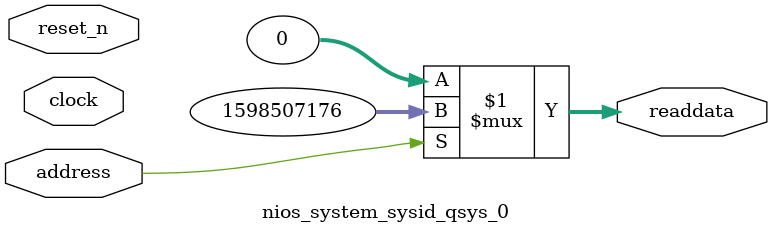
<source format=v>



// synthesis translate_off
`timescale 1ns / 1ps
// synthesis translate_on

// turn off superfluous verilog processor warnings 
// altera message_level Level1 
// altera message_off 10034 10035 10036 10037 10230 10240 10030 

module nios_system_sysid_qsys_0 (
               // inputs:
                address,
                clock,
                reset_n,

               // outputs:
                readdata
             )
;

  output  [ 31: 0] readdata;
  input            address;
  input            clock;
  input            reset_n;

  wire    [ 31: 0] readdata;
  //control_slave, which is an e_avalon_slave
  assign readdata = address ? 1598507176 : 0;

endmodule



</source>
